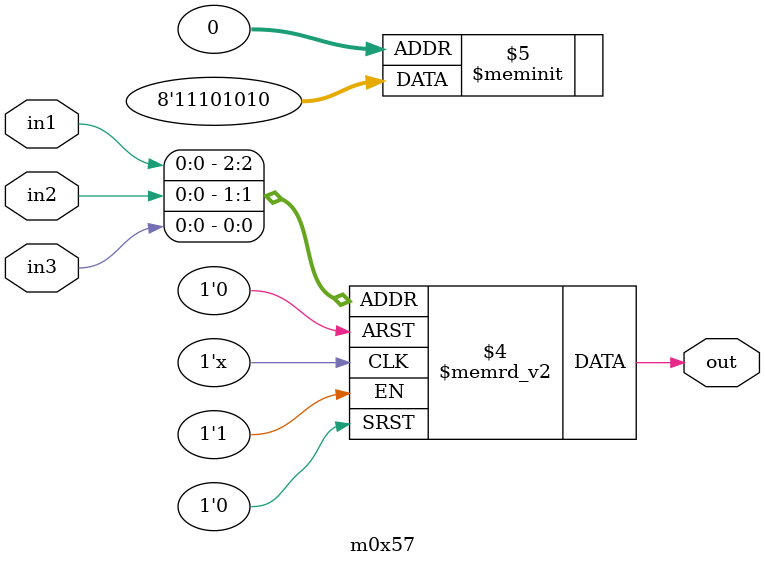
<source format=v>
module m0x57(output out, input in1, in2, in3);

   always @(in1, in2, in3)
     begin
        case({in1, in2, in3})
          3'b000: {out} = 1'b0;
          3'b001: {out} = 1'b1;
          3'b010: {out} = 1'b0;
          3'b011: {out} = 1'b1;
          3'b100: {out} = 1'b0;
          3'b101: {out} = 1'b1;
          3'b110: {out} = 1'b1;
          3'b111: {out} = 1'b1;
        endcase // case ({in1, in2, in3})
     end // always @ (in1, in2, in3)

endmodule // m0x57
</source>
